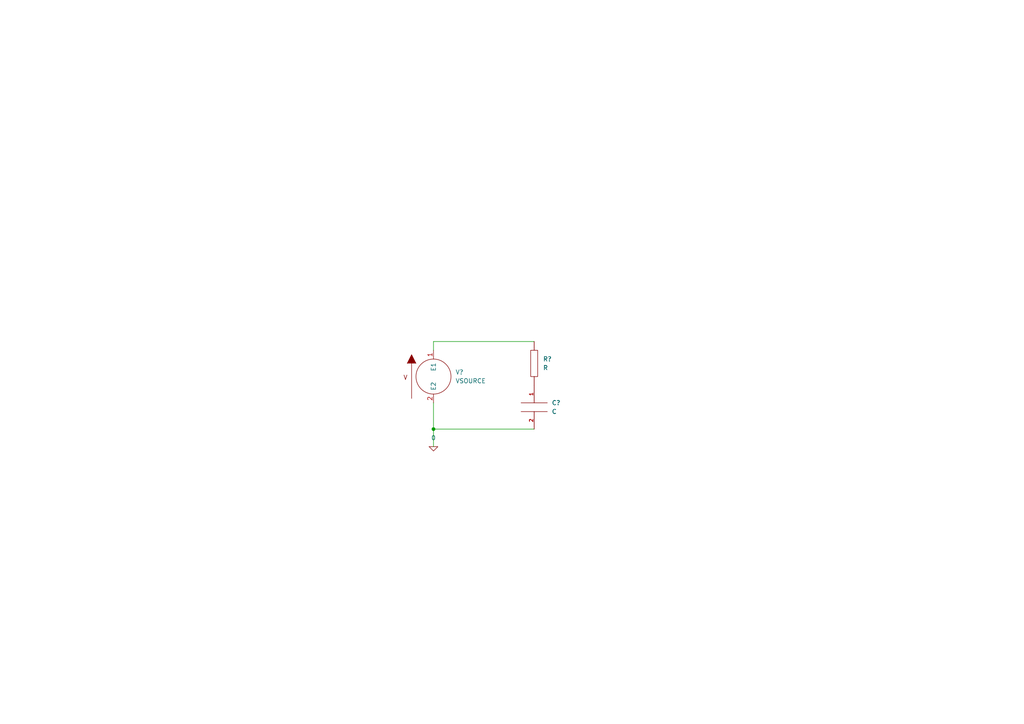
<source format=kicad_sch>
(kicad_sch (version 20211123) (generator eeschema)
  (paper "A4")
  (lib_symbols
    (symbol "pspice:0" (power) (pin_names (offset 0))
      (property "Value" "0" (at 0 -1.778 0))
      (symbol "0_0_1"
        (polyline (pts (xy -1.27 0) (xy 0 -1.27) (xy 1.27 0) (xy -1.27 0)))
      )
      (symbol "0_1_1"
        (pin power_in line (at 0 0 0) (length 0) hide (name "0") (number "1"))
      )
    )
    (symbol "pspice:C" (pin_names (offset 0.254))
      (property "Reference" "C" (at 2.54 3.81 90))
      (property "Value" "C" (at 2.54 -3.81 90))
      (symbol "C_0_1"
        (polyline (pts (xy -3.81 -1.27) (xy 3.81 -1.27)))
        (polyline (pts (xy -3.81 1.27) (xy 3.81 1.27)))
      )
      (symbol "C_1_1"
        (pin passive line (at 0 6.35 270) (length 5.08) (name "~") (number "1"))
        (pin passive line (at 0 -6.35 90) (length 5.08) (name "~") (number "2"))
      )
    )
    (symbol "pspice:R" (pin_numbers hide) (pin_names (offset 0))
      (property "Reference" "R" (at 2.032 0 90))
      (property "Value" "R" (at 0 0 90))
      (symbol "R_0_1"
        (rectangle (start -1.016 3.81) (end 1.016 -3.81))
      )
      (symbol "R_1_1"
        (pin passive line (at 0 6.35 270) (length 2.54) (name "~") (number "1"))
        (pin passive line (at 0 -6.35 90) (length 2.54) (name "~") (number "2"))
      )
    )
    (symbol "pspice:VSOURCE" (pin_names (offset 1.016))
      (property "Reference" "V" (at -6.35 7.62 0))
      (property "Value" "VSOURCE" (at 0 0 0))
      (symbol "VSOURCE_0_1"
        (polyline (pts (xy -6.35 -6.35) (xy -6.35 3.81)) (fill (type outline)))
        (polyline (pts (xy -7.62 3.81) (xy -6.35 6.35) (xy -5.08 3.81)) (fill (type outline)))
        (circle (center 0 0) (radius 5.08))
        (text "V" (at -8.128 -0.254 0) (effects (font (size 1.27 1.27))))
      )
      (symbol "VSOURCE_1_1"
        (pin input line (at 0 7.62 270) (length 2.54) (name "E1") (number "1"))
        (pin input line (at 0 -7.62 90) (length 2.54) (name "E2") (number "2"))
      )
    )
  )
  (junction (at 125.73 124.46))
  (wire (pts (xy 125.73 116.84) (xy 125.73 124.46)))
  (wire (pts (xy 125.73 124.46) (xy 154.94 124.46)))
  (wire (pts (xy 125.73 99.06) (xy 125.73 101.6)))
  (wire (pts (xy 125.73 124.46) (xy 125.73 129.54)))
  (wire (pts (xy 154.94 99.06) (xy 125.73 99.06)))
  (symbol (lib_id "pspice:0") (at 125.73 129.54 0) (unit 1)
    (property "Reference" "#GND?" (effects hide))
    (property "Value" "0" (at 125.73 127 0))
  )
  (symbol (lib_id "pspice:R") (at 154.94 105.41 0) (unit 1)
    (property "Reference" "R?" (at 157.48 104.1399 0) (effects (justify left)))
    (property "Value" "R" (at 157.48 106.6799 0) (effects (justify left)))
  )
  (symbol (lib_id "pspice:C") (at 154.94 118.11 0) (unit 1)
    (property "Reference" "C?" (at 160.02 116.8399 0) (effects (justify left)))
    (property "Value" "C" (at 160.02 119.3799 0) (effects (justify left)))
  )
  (symbol (lib_id "pspice:VSOURCE") (at 125.73 109.22 0) (unit 1)
    (property "Reference" "V?" (at 132.08 107.9499 0) (effects (justify left)))
    (property "Value" "VSOURCE" (at 132.08 110.4899 0) (effects (justify left)))
  )
)
</source>
